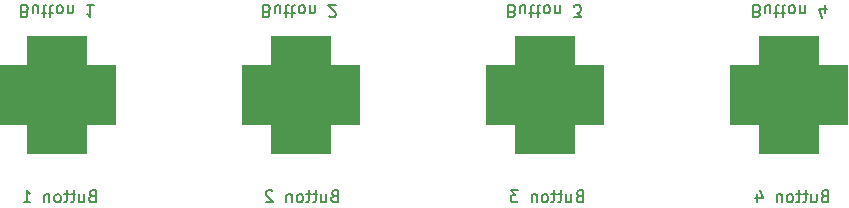
<source format=gbo>
%TF.GenerationSoftware,KiCad,Pcbnew,(6.0.2)*%
%TF.CreationDate,2023-03-26T00:57:02-07:00*%
%TF.ProjectId,cap-sensors-1-ch-dome-switches,6361702d-7365-46e7-936f-72732d312d63,rev?*%
%TF.SameCoordinates,Original*%
%TF.FileFunction,Legend,Bot*%
%TF.FilePolarity,Positive*%
%FSLAX46Y46*%
G04 Gerber Fmt 4.6, Leading zero omitted, Abs format (unit mm)*
G04 Created by KiCad (PCBNEW (6.0.2)) date 2023-03-26 00:57:02*
%MOMM*%
%LPD*%
G01*
G04 APERTURE LIST*
G04 Aperture macros list*
%AMRoundRect*
0 Rectangle with rounded corners*
0 $1 Rounding radius*
0 $2 $3 $4 $5 $6 $7 $8 $9 X,Y pos of 4 corners*
0 Add a 4 corners polygon primitive as box body*
4,1,4,$2,$3,$4,$5,$6,$7,$8,$9,$2,$3,0*
0 Add four circle primitives for the rounded corners*
1,1,$1+$1,$2,$3*
1,1,$1+$1,$4,$5*
1,1,$1+$1,$6,$7*
1,1,$1+$1,$8,$9*
0 Add four rect primitives between the rounded corners*
20,1,$1+$1,$2,$3,$4,$5,0*
20,1,$1+$1,$4,$5,$6,$7,0*
20,1,$1+$1,$6,$7,$8,$9,0*
20,1,$1+$1,$8,$9,$2,$3,0*%
G04 Aperture macros list end*
%ADD10C,0.150000*%
%ADD11RoundRect,2.500000X2.500000X2.500000X-2.500000X2.500000X-2.500000X-2.500000X2.500000X-2.500000X0*%
%ADD12R,1.700000X1.700000*%
%ADD13O,1.700000X1.700000*%
G04 APERTURE END LIST*
D10*
X71214285Y-119428571D02*
X71071428Y-119476190D01*
X71023809Y-119523809D01*
X70976190Y-119619047D01*
X70976190Y-119761904D01*
X71023809Y-119857142D01*
X71071428Y-119904761D01*
X71166666Y-119952380D01*
X71547619Y-119952380D01*
X71547619Y-118952380D01*
X71214285Y-118952380D01*
X71119047Y-119000000D01*
X71071428Y-119047619D01*
X71023809Y-119142857D01*
X71023809Y-119238095D01*
X71071428Y-119333333D01*
X71119047Y-119380952D01*
X71214285Y-119428571D01*
X71547619Y-119428571D01*
X70119047Y-119285714D02*
X70119047Y-119952380D01*
X70547619Y-119285714D02*
X70547619Y-119809523D01*
X70500000Y-119904761D01*
X70404761Y-119952380D01*
X70261904Y-119952380D01*
X70166666Y-119904761D01*
X70119047Y-119857142D01*
X69785714Y-119285714D02*
X69404761Y-119285714D01*
X69642857Y-118952380D02*
X69642857Y-119809523D01*
X69595238Y-119904761D01*
X69500000Y-119952380D01*
X69404761Y-119952380D01*
X69214285Y-119285714D02*
X68833333Y-119285714D01*
X69071428Y-118952380D02*
X69071428Y-119809523D01*
X69023809Y-119904761D01*
X68928571Y-119952380D01*
X68833333Y-119952380D01*
X68357142Y-119952380D02*
X68452380Y-119904761D01*
X68500000Y-119857142D01*
X68547619Y-119761904D01*
X68547619Y-119476190D01*
X68500000Y-119380952D01*
X68452380Y-119333333D01*
X68357142Y-119285714D01*
X68214285Y-119285714D01*
X68119047Y-119333333D01*
X68071428Y-119380952D01*
X68023809Y-119476190D01*
X68023809Y-119761904D01*
X68071428Y-119857142D01*
X68119047Y-119904761D01*
X68214285Y-119952380D01*
X68357142Y-119952380D01*
X67595238Y-119285714D02*
X67595238Y-119952380D01*
X67595238Y-119380952D02*
X67547619Y-119333333D01*
X67452380Y-119285714D01*
X67309523Y-119285714D01*
X67214285Y-119333333D01*
X67166666Y-119428571D01*
X67166666Y-119952380D01*
X66023809Y-118952380D02*
X65404761Y-118952380D01*
X65738095Y-119333333D01*
X65595238Y-119333333D01*
X65500000Y-119380952D01*
X65452380Y-119428571D01*
X65404761Y-119523809D01*
X65404761Y-119761904D01*
X65452380Y-119857142D01*
X65500000Y-119904761D01*
X65595238Y-119952380D01*
X65880952Y-119952380D01*
X65976190Y-119904761D01*
X66023809Y-119857142D01*
X91964285Y-119428571D02*
X91821428Y-119476190D01*
X91773809Y-119523809D01*
X91726190Y-119619047D01*
X91726190Y-119761904D01*
X91773809Y-119857142D01*
X91821428Y-119904761D01*
X91916666Y-119952380D01*
X92297619Y-119952380D01*
X92297619Y-118952380D01*
X91964285Y-118952380D01*
X91869047Y-119000000D01*
X91821428Y-119047619D01*
X91773809Y-119142857D01*
X91773809Y-119238095D01*
X91821428Y-119333333D01*
X91869047Y-119380952D01*
X91964285Y-119428571D01*
X92297619Y-119428571D01*
X90869047Y-119285714D02*
X90869047Y-119952380D01*
X91297619Y-119285714D02*
X91297619Y-119809523D01*
X91250000Y-119904761D01*
X91154761Y-119952380D01*
X91011904Y-119952380D01*
X90916666Y-119904761D01*
X90869047Y-119857142D01*
X90535714Y-119285714D02*
X90154761Y-119285714D01*
X90392857Y-118952380D02*
X90392857Y-119809523D01*
X90345238Y-119904761D01*
X90250000Y-119952380D01*
X90154761Y-119952380D01*
X89964285Y-119285714D02*
X89583333Y-119285714D01*
X89821428Y-118952380D02*
X89821428Y-119809523D01*
X89773809Y-119904761D01*
X89678571Y-119952380D01*
X89583333Y-119952380D01*
X89107142Y-119952380D02*
X89202380Y-119904761D01*
X89250000Y-119857142D01*
X89297619Y-119761904D01*
X89297619Y-119476190D01*
X89250000Y-119380952D01*
X89202380Y-119333333D01*
X89107142Y-119285714D01*
X88964285Y-119285714D01*
X88869047Y-119333333D01*
X88821428Y-119380952D01*
X88773809Y-119476190D01*
X88773809Y-119761904D01*
X88821428Y-119857142D01*
X88869047Y-119904761D01*
X88964285Y-119952380D01*
X89107142Y-119952380D01*
X88345238Y-119285714D02*
X88345238Y-119952380D01*
X88345238Y-119380952D02*
X88297619Y-119333333D01*
X88202380Y-119285714D01*
X88059523Y-119285714D01*
X87964285Y-119333333D01*
X87916666Y-119428571D01*
X87916666Y-119952380D01*
X86250000Y-119285714D02*
X86250000Y-119952380D01*
X86488095Y-118904761D02*
X86726190Y-119619047D01*
X86107142Y-119619047D01*
X50464285Y-119428571D02*
X50321428Y-119476190D01*
X50273809Y-119523809D01*
X50226190Y-119619047D01*
X50226190Y-119761904D01*
X50273809Y-119857142D01*
X50321428Y-119904761D01*
X50416666Y-119952380D01*
X50797619Y-119952380D01*
X50797619Y-118952380D01*
X50464285Y-118952380D01*
X50369047Y-119000000D01*
X50321428Y-119047619D01*
X50273809Y-119142857D01*
X50273809Y-119238095D01*
X50321428Y-119333333D01*
X50369047Y-119380952D01*
X50464285Y-119428571D01*
X50797619Y-119428571D01*
X49369047Y-119285714D02*
X49369047Y-119952380D01*
X49797619Y-119285714D02*
X49797619Y-119809523D01*
X49750000Y-119904761D01*
X49654761Y-119952380D01*
X49511904Y-119952380D01*
X49416666Y-119904761D01*
X49369047Y-119857142D01*
X49035714Y-119285714D02*
X48654761Y-119285714D01*
X48892857Y-118952380D02*
X48892857Y-119809523D01*
X48845238Y-119904761D01*
X48750000Y-119952380D01*
X48654761Y-119952380D01*
X48464285Y-119285714D02*
X48083333Y-119285714D01*
X48321428Y-118952380D02*
X48321428Y-119809523D01*
X48273809Y-119904761D01*
X48178571Y-119952380D01*
X48083333Y-119952380D01*
X47607142Y-119952380D02*
X47702380Y-119904761D01*
X47750000Y-119857142D01*
X47797619Y-119761904D01*
X47797619Y-119476190D01*
X47750000Y-119380952D01*
X47702380Y-119333333D01*
X47607142Y-119285714D01*
X47464285Y-119285714D01*
X47369047Y-119333333D01*
X47321428Y-119380952D01*
X47273809Y-119476190D01*
X47273809Y-119761904D01*
X47321428Y-119857142D01*
X47369047Y-119904761D01*
X47464285Y-119952380D01*
X47607142Y-119952380D01*
X46845238Y-119285714D02*
X46845238Y-119952380D01*
X46845238Y-119380952D02*
X46797619Y-119333333D01*
X46702380Y-119285714D01*
X46559523Y-119285714D01*
X46464285Y-119333333D01*
X46416666Y-119428571D01*
X46416666Y-119952380D01*
X45226190Y-119047619D02*
X45178571Y-119000000D01*
X45083333Y-118952380D01*
X44845238Y-118952380D01*
X44750000Y-119000000D01*
X44702380Y-119047619D01*
X44654761Y-119142857D01*
X44654761Y-119238095D01*
X44702380Y-119380952D01*
X45273809Y-119952380D01*
X44654761Y-119952380D01*
X29964285Y-119428571D02*
X29821428Y-119476190D01*
X29773809Y-119523809D01*
X29726190Y-119619047D01*
X29726190Y-119761904D01*
X29773809Y-119857142D01*
X29821428Y-119904761D01*
X29916666Y-119952380D01*
X30297619Y-119952380D01*
X30297619Y-118952380D01*
X29964285Y-118952380D01*
X29869047Y-119000000D01*
X29821428Y-119047619D01*
X29773809Y-119142857D01*
X29773809Y-119238095D01*
X29821428Y-119333333D01*
X29869047Y-119380952D01*
X29964285Y-119428571D01*
X30297619Y-119428571D01*
X28869047Y-119285714D02*
X28869047Y-119952380D01*
X29297619Y-119285714D02*
X29297619Y-119809523D01*
X29250000Y-119904761D01*
X29154761Y-119952380D01*
X29011904Y-119952380D01*
X28916666Y-119904761D01*
X28869047Y-119857142D01*
X28535714Y-119285714D02*
X28154761Y-119285714D01*
X28392857Y-118952380D02*
X28392857Y-119809523D01*
X28345238Y-119904761D01*
X28250000Y-119952380D01*
X28154761Y-119952380D01*
X27964285Y-119285714D02*
X27583333Y-119285714D01*
X27821428Y-118952380D02*
X27821428Y-119809523D01*
X27773809Y-119904761D01*
X27678571Y-119952380D01*
X27583333Y-119952380D01*
X27107142Y-119952380D02*
X27202380Y-119904761D01*
X27250000Y-119857142D01*
X27297619Y-119761904D01*
X27297619Y-119476190D01*
X27250000Y-119380952D01*
X27202380Y-119333333D01*
X27107142Y-119285714D01*
X26964285Y-119285714D01*
X26869047Y-119333333D01*
X26821428Y-119380952D01*
X26773809Y-119476190D01*
X26773809Y-119761904D01*
X26821428Y-119857142D01*
X26869047Y-119904761D01*
X26964285Y-119952380D01*
X27107142Y-119952380D01*
X26345238Y-119285714D02*
X26345238Y-119952380D01*
X26345238Y-119380952D02*
X26297619Y-119333333D01*
X26202380Y-119285714D01*
X26059523Y-119285714D01*
X25964285Y-119333333D01*
X25916666Y-119428571D01*
X25916666Y-119952380D01*
X24154761Y-119952380D02*
X24726190Y-119952380D01*
X24440476Y-119952380D02*
X24440476Y-118952380D01*
X24535714Y-119095238D01*
X24630952Y-119190476D01*
X24726190Y-119238095D01*
%TO.C,Button 4*%
X86285714Y-103821428D02*
X86428571Y-103773809D01*
X86476190Y-103726190D01*
X86523809Y-103630952D01*
X86523809Y-103488095D01*
X86476190Y-103392857D01*
X86428571Y-103345238D01*
X86333333Y-103297619D01*
X85952380Y-103297619D01*
X85952380Y-104297619D01*
X86285714Y-104297619D01*
X86380952Y-104250000D01*
X86428571Y-104202380D01*
X86476190Y-104107142D01*
X86476190Y-104011904D01*
X86428571Y-103916666D01*
X86380952Y-103869047D01*
X86285714Y-103821428D01*
X85952380Y-103821428D01*
X87380952Y-103964285D02*
X87380952Y-103297619D01*
X86952380Y-103964285D02*
X86952380Y-103440476D01*
X87000000Y-103345238D01*
X87095238Y-103297619D01*
X87238095Y-103297619D01*
X87333333Y-103345238D01*
X87380952Y-103392857D01*
X87714285Y-103964285D02*
X88095238Y-103964285D01*
X87857142Y-104297619D02*
X87857142Y-103440476D01*
X87904761Y-103345238D01*
X88000000Y-103297619D01*
X88095238Y-103297619D01*
X88285714Y-103964285D02*
X88666666Y-103964285D01*
X88428571Y-104297619D02*
X88428571Y-103440476D01*
X88476190Y-103345238D01*
X88571428Y-103297619D01*
X88666666Y-103297619D01*
X89142857Y-103297619D02*
X89047619Y-103345238D01*
X89000000Y-103392857D01*
X88952380Y-103488095D01*
X88952380Y-103773809D01*
X89000000Y-103869047D01*
X89047619Y-103916666D01*
X89142857Y-103964285D01*
X89285714Y-103964285D01*
X89380952Y-103916666D01*
X89428571Y-103869047D01*
X89476190Y-103773809D01*
X89476190Y-103488095D01*
X89428571Y-103392857D01*
X89380952Y-103345238D01*
X89285714Y-103297619D01*
X89142857Y-103297619D01*
X89904761Y-103964285D02*
X89904761Y-103297619D01*
X89904761Y-103869047D02*
X89952380Y-103916666D01*
X90047619Y-103964285D01*
X90190476Y-103964285D01*
X90285714Y-103916666D01*
X90333333Y-103821428D01*
X90333333Y-103297619D01*
X92000000Y-103964285D02*
X92000000Y-103297619D01*
X91761904Y-104345238D02*
X91523809Y-103630952D01*
X92142857Y-103630952D01*
%TO.C,Button 3*%
X65535714Y-103821428D02*
X65678571Y-103773809D01*
X65726190Y-103726190D01*
X65773809Y-103630952D01*
X65773809Y-103488095D01*
X65726190Y-103392857D01*
X65678571Y-103345238D01*
X65583333Y-103297619D01*
X65202380Y-103297619D01*
X65202380Y-104297619D01*
X65535714Y-104297619D01*
X65630952Y-104250000D01*
X65678571Y-104202380D01*
X65726190Y-104107142D01*
X65726190Y-104011904D01*
X65678571Y-103916666D01*
X65630952Y-103869047D01*
X65535714Y-103821428D01*
X65202380Y-103821428D01*
X66630952Y-103964285D02*
X66630952Y-103297619D01*
X66202380Y-103964285D02*
X66202380Y-103440476D01*
X66250000Y-103345238D01*
X66345238Y-103297619D01*
X66488095Y-103297619D01*
X66583333Y-103345238D01*
X66630952Y-103392857D01*
X66964285Y-103964285D02*
X67345238Y-103964285D01*
X67107142Y-104297619D02*
X67107142Y-103440476D01*
X67154761Y-103345238D01*
X67250000Y-103297619D01*
X67345238Y-103297619D01*
X67535714Y-103964285D02*
X67916666Y-103964285D01*
X67678571Y-104297619D02*
X67678571Y-103440476D01*
X67726190Y-103345238D01*
X67821428Y-103297619D01*
X67916666Y-103297619D01*
X68392857Y-103297619D02*
X68297619Y-103345238D01*
X68250000Y-103392857D01*
X68202380Y-103488095D01*
X68202380Y-103773809D01*
X68250000Y-103869047D01*
X68297619Y-103916666D01*
X68392857Y-103964285D01*
X68535714Y-103964285D01*
X68630952Y-103916666D01*
X68678571Y-103869047D01*
X68726190Y-103773809D01*
X68726190Y-103488095D01*
X68678571Y-103392857D01*
X68630952Y-103345238D01*
X68535714Y-103297619D01*
X68392857Y-103297619D01*
X69154761Y-103964285D02*
X69154761Y-103297619D01*
X69154761Y-103869047D02*
X69202380Y-103916666D01*
X69297619Y-103964285D01*
X69440476Y-103964285D01*
X69535714Y-103916666D01*
X69583333Y-103821428D01*
X69583333Y-103297619D01*
X70726190Y-104297619D02*
X71345238Y-104297619D01*
X71011904Y-103916666D01*
X71154761Y-103916666D01*
X71250000Y-103869047D01*
X71297619Y-103821428D01*
X71345238Y-103726190D01*
X71345238Y-103488095D01*
X71297619Y-103392857D01*
X71250000Y-103345238D01*
X71154761Y-103297619D01*
X70869047Y-103297619D01*
X70773809Y-103345238D01*
X70726190Y-103392857D01*
%TO.C,Button 2*%
X44785714Y-103821428D02*
X44928571Y-103773809D01*
X44976190Y-103726190D01*
X45023809Y-103630952D01*
X45023809Y-103488095D01*
X44976190Y-103392857D01*
X44928571Y-103345238D01*
X44833333Y-103297619D01*
X44452380Y-103297619D01*
X44452380Y-104297619D01*
X44785714Y-104297619D01*
X44880952Y-104250000D01*
X44928571Y-104202380D01*
X44976190Y-104107142D01*
X44976190Y-104011904D01*
X44928571Y-103916666D01*
X44880952Y-103869047D01*
X44785714Y-103821428D01*
X44452380Y-103821428D01*
X45880952Y-103964285D02*
X45880952Y-103297619D01*
X45452380Y-103964285D02*
X45452380Y-103440476D01*
X45500000Y-103345238D01*
X45595238Y-103297619D01*
X45738095Y-103297619D01*
X45833333Y-103345238D01*
X45880952Y-103392857D01*
X46214285Y-103964285D02*
X46595238Y-103964285D01*
X46357142Y-104297619D02*
X46357142Y-103440476D01*
X46404761Y-103345238D01*
X46500000Y-103297619D01*
X46595238Y-103297619D01*
X46785714Y-103964285D02*
X47166666Y-103964285D01*
X46928571Y-104297619D02*
X46928571Y-103440476D01*
X46976190Y-103345238D01*
X47071428Y-103297619D01*
X47166666Y-103297619D01*
X47642857Y-103297619D02*
X47547619Y-103345238D01*
X47500000Y-103392857D01*
X47452380Y-103488095D01*
X47452380Y-103773809D01*
X47500000Y-103869047D01*
X47547619Y-103916666D01*
X47642857Y-103964285D01*
X47785714Y-103964285D01*
X47880952Y-103916666D01*
X47928571Y-103869047D01*
X47976190Y-103773809D01*
X47976190Y-103488095D01*
X47928571Y-103392857D01*
X47880952Y-103345238D01*
X47785714Y-103297619D01*
X47642857Y-103297619D01*
X48404761Y-103964285D02*
X48404761Y-103297619D01*
X48404761Y-103869047D02*
X48452380Y-103916666D01*
X48547619Y-103964285D01*
X48690476Y-103964285D01*
X48785714Y-103916666D01*
X48833333Y-103821428D01*
X48833333Y-103297619D01*
X50023809Y-104202380D02*
X50071428Y-104250000D01*
X50166666Y-104297619D01*
X50404761Y-104297619D01*
X50500000Y-104250000D01*
X50547619Y-104202380D01*
X50595238Y-104107142D01*
X50595238Y-104011904D01*
X50547619Y-103869047D01*
X49976190Y-103297619D01*
X50595238Y-103297619D01*
%TO.C,Button 1*%
X24285714Y-103821428D02*
X24428571Y-103773809D01*
X24476190Y-103726190D01*
X24523809Y-103630952D01*
X24523809Y-103488095D01*
X24476190Y-103392857D01*
X24428571Y-103345238D01*
X24333333Y-103297619D01*
X23952380Y-103297619D01*
X23952380Y-104297619D01*
X24285714Y-104297619D01*
X24380952Y-104250000D01*
X24428571Y-104202380D01*
X24476190Y-104107142D01*
X24476190Y-104011904D01*
X24428571Y-103916666D01*
X24380952Y-103869047D01*
X24285714Y-103821428D01*
X23952380Y-103821428D01*
X25380952Y-103964285D02*
X25380952Y-103297619D01*
X24952380Y-103964285D02*
X24952380Y-103440476D01*
X25000000Y-103345238D01*
X25095238Y-103297619D01*
X25238095Y-103297619D01*
X25333333Y-103345238D01*
X25380952Y-103392857D01*
X25714285Y-103964285D02*
X26095238Y-103964285D01*
X25857142Y-104297619D02*
X25857142Y-103440476D01*
X25904761Y-103345238D01*
X26000000Y-103297619D01*
X26095238Y-103297619D01*
X26285714Y-103964285D02*
X26666666Y-103964285D01*
X26428571Y-104297619D02*
X26428571Y-103440476D01*
X26476190Y-103345238D01*
X26571428Y-103297619D01*
X26666666Y-103297619D01*
X27142857Y-103297619D02*
X27047619Y-103345238D01*
X27000000Y-103392857D01*
X26952380Y-103488095D01*
X26952380Y-103773809D01*
X27000000Y-103869047D01*
X27047619Y-103916666D01*
X27142857Y-103964285D01*
X27285714Y-103964285D01*
X27380952Y-103916666D01*
X27428571Y-103869047D01*
X27476190Y-103773809D01*
X27476190Y-103488095D01*
X27428571Y-103392857D01*
X27380952Y-103345238D01*
X27285714Y-103297619D01*
X27142857Y-103297619D01*
X27904761Y-103964285D02*
X27904761Y-103297619D01*
X27904761Y-103869047D02*
X27952380Y-103916666D01*
X28047619Y-103964285D01*
X28190476Y-103964285D01*
X28285714Y-103916666D01*
X28333333Y-103821428D01*
X28333333Y-103297619D01*
X30095238Y-103297619D02*
X29523809Y-103297619D01*
X29809523Y-103297619D02*
X29809523Y-104297619D01*
X29714285Y-104154761D01*
X29619047Y-104059523D01*
X29523809Y-104011904D01*
%TD*%
%LPC*%
D11*
%TO.C,Button 4*%
X88975000Y-110850000D03*
%TD*%
%TO.C,Button 3*%
X68308332Y-110850000D03*
%TD*%
%TO.C,Button 2*%
X47641666Y-110850000D03*
%TD*%
%TO.C,Button 1*%
X26975000Y-110850000D03*
%TD*%
D12*
%TO.C,J1*%
X113000000Y-116540000D03*
D13*
X113000000Y-114000000D03*
X113000000Y-111460000D03*
X113000000Y-108920000D03*
X113000000Y-106380000D03*
X113000000Y-103840000D03*
%TD*%
M02*

</source>
